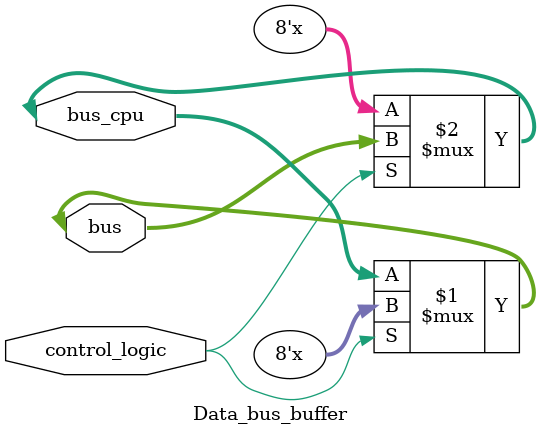
<source format=v>
`timescale 1ns / 1ps
module Data_bus_buffer(
input control_logic,
inout [7:0] bus_cpu,
inout [7:0] bus
    );


assign bus = (control_logic)? 8'bzzzz_zzzz : bus_cpu; // if control = 1 A processor write on ports
assign bus_cpu = (control_logic)? bus : 8'bzzzz_zzzz; // if control = 0 processor read from ports

endmodule

/*

module testbuffer();


reg control_logic;
wire [7:0] bus_cpu,bus;

Data_bus_buffer databus (
    .control_logic(control_logic), 
    .bus_cpu(bus_cpu), 
    .bus(bus)
    );


assign bus=(control_logic)?8'hff:8'bzzzz_zzzz;

assign bus_cpu= (control_logic)? 8'bzzzz_zzzz :8'h00;

initial
begin

control_logic=1'b1;
#10


control_logic=1'b0;
#10


control_logic=1'b1;
#10


control_logic=1'b0;




end



endmodule
*/
</source>
